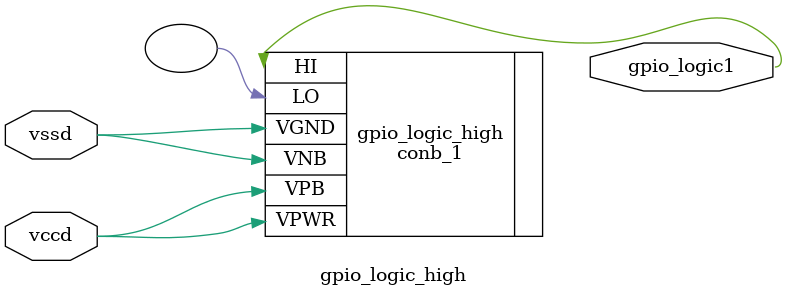
<source format=v>


module gpio_logic_high(
    inout wire vccd,
    inout wire vssd,
     output wire gpio_logic1
);

    conb_1 gpio_logic_high (
        .VPWR(vccd),
        .VGND(vssd),
        .VPB(vccd),
        .VNB(vssd),
        .HI(gpio_logic1),
        .LO()
    );

endmodule

</source>
